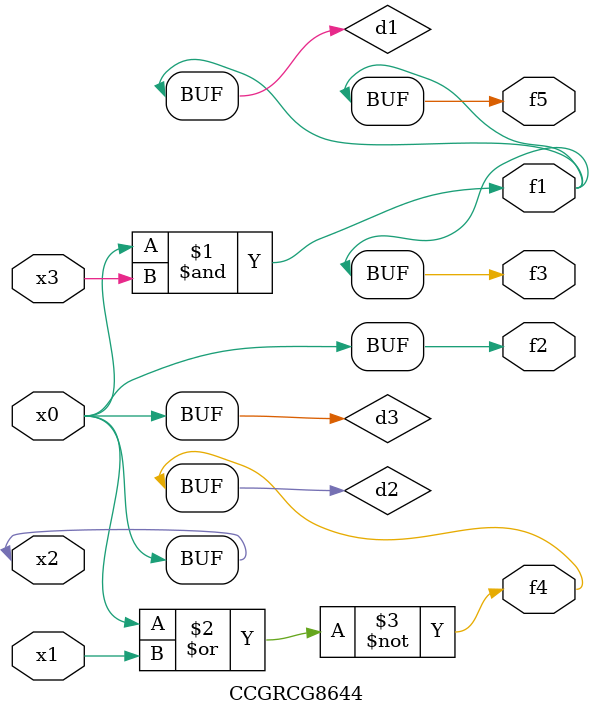
<source format=v>
module CCGRCG8644(
	input x0, x1, x2, x3,
	output f1, f2, f3, f4, f5
);

	wire d1, d2, d3;

	and (d1, x2, x3);
	nor (d2, x0, x1);
	buf (d3, x0, x2);
	assign f1 = d1;
	assign f2 = d3;
	assign f3 = d1;
	assign f4 = d2;
	assign f5 = d1;
endmodule

</source>
